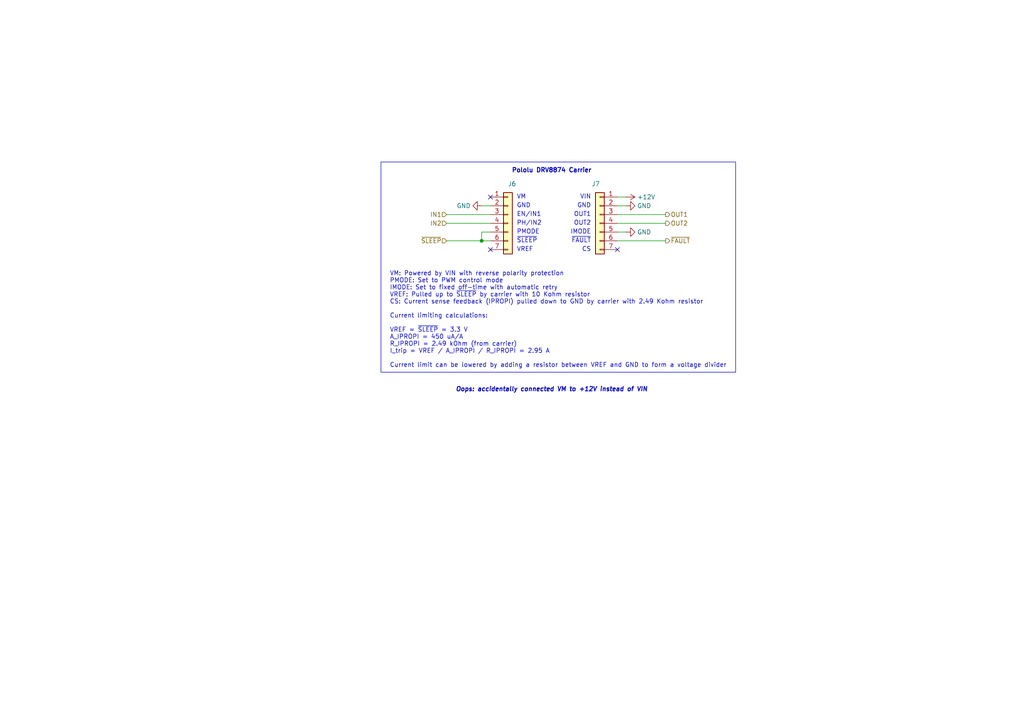
<source format=kicad_sch>
(kicad_sch (version 20250114) (generator "eeschema") (generator_version "9.0")
  (paper "A4")
  (title_block (title "Bed Lift Controller") (date "2025-08") (rev "v1.0") (company "Brown Studios LLC"))
  (lib_symbols
    (symbol "Connector_Generic:Conn_01x07" (pin_names (offset 1.016) (hide yes))
      (property "Reference" "J" (at 0 10.16 0))
      (property "Value" "Conn_01x07" (at 0 -10.16 0))
      (symbol "Conn_01x07_1_1"
        (rectangle (start -1.27 8.89) (end 1.27 -8.89) (stroke (width 0.254)) (fill (type background)))
        (rectangle (start -1.27 7.747) (end 0 7.493) (stroke (width 0.1524)))
        (rectangle (start -1.27 5.207) (end 0 4.953) (stroke (width 0.1524)))
        (rectangle (start -1.27 2.667) (end 0 2.413) (stroke (width 0.1524)))
        (rectangle (start -1.27 0.127) (end 0 -0.127) (stroke (width 0.1524)))
        (rectangle (start -1.27 -2.413) (end 0 -2.667) (stroke (width 0.1524)))
        (rectangle (start -1.27 -4.953) (end 0 -5.207) (stroke (width 0.1524)))
        (rectangle (start -1.27 -7.493) (end 0 -7.747) (stroke (width 0.1524)))
        (pin passive line (at -5.08 7.62 0) (length 3.81) (name "Pin_1") (number "1"))
        (pin passive line (at -5.08 5.08 0) (length 3.81) (name "Pin_2") (number "2"))
        (pin passive line (at -5.08 2.54 0) (length 3.81) (name "Pin_3") (number "3"))
        (pin passive line (at -5.08 0 0) (length 3.81) (name "Pin_4") (number "4"))
        (pin passive line (at -5.08 -2.54 0) (length 3.81) (name "Pin_5") (number "5"))
        (pin passive line (at -5.08 -5.08 0) (length 3.81) (name "Pin_6") (number "6"))
        (pin passive line (at -5.08 -7.62 0) (length 3.81) (name "Pin_7") (number "7"))
      )
    )
    (symbol "power:+12V" (power) (pin_numbers (hide yes)) (pin_names (offset 0) (hide yes))
      (property "Value" "+12V" (at 0 3.556 0))
      (symbol "+12V_0_1"
        (polyline (pts (xy -0.762 1.27) (xy 0 2.54)))
        (polyline (pts (xy 0 2.54) (xy 0.762 1.27)))
        (polyline (pts (xy 0 0) (xy 0 2.54)))
      )
      (symbol "+12V_1_1"
        (pin power_in line (at 0 0 90) (length 0) (name "~") (number "1"))
      )
    )
    (symbol "power:GND" (power) (pin_numbers (hide yes)) (pin_names (offset 0) (hide yes))
      (property "Value" "GND" (at 0 -3.81 0))
      (symbol "GND_0_1"
        (polyline (pts (xy 0 0) (xy 0 -1.27) (xy 1.27 -1.27) (xy 0 -2.54) (xy -1.27 -1.27) (xy 0 -1.27)))
      )
      (symbol "GND_1_1"
        (pin power_in line (at 0 0 270) (length 0) (name "~") (number "1"))
      )
    )
  )
  (rectangle (start 110.49 46.99) (end 213.36 107.95))
  (text "IMODE" (at 171.45 67.31 0) (effects (font (size 1.27 1.27)) (justify right)))
  (text "Pololu DRV8874 Carrier" (at 160.02 49.53 0) (effects (font (size 1.27 1.27) (thickness 0.254) (bold yes))))
  (text "CS" (at 171.45 72.39 0) (effects (font (size 1.27 1.27)) (justify right)))
  (text "EN/IN1" (at 149.86 62.23 0) (effects (font (size 1.27 1.27)) (justify left)))
  (text "VM: Powered by VIN with reverse polarity protection\nPMODE: Set to PWM control mode\nIMODE: Set to fixed off-time with automatic retry\nVREF: Pulled up to ~{SLEEP} by carrier with 10 Kohm resistor\nCS: Current sense feedback (IPROPI) pulled down to GND by carrier with 2.49 Kohm resistor\n\nCurrent limiting calculations:\n\nVREF = ~{SLEEP} = 3.3 V\nA_IPROPI = 450 uA/A\nR_IPROPI = 2.49 kOhm (from carrier)\nI_trip = VREF / A_IPROPI / R_IPROPI = 2.95 A\n\nCurrent limit can be lowered by adding a resistor between VREF and GND to form a voltage divider" (at 113.03 92.71 0) (effects (font (size 1.27 1.27)) (justify left)))
  (text "~{SLEEP}" (at 149.86 69.85 0) (effects (font (size 1.27 1.27)) (justify left)))
  (text "VM" (at 149.86 57.15 0) (effects (font (size 1.27 1.27)) (justify left)))
  (text "VREF" (at 149.86 72.39 0) (effects (font (size 1.27 1.27)) (justify left)))
  (text "PMODE" (at 149.86 67.31 0) (effects (font (size 1.27 1.27)) (justify left)))
  (text "VIN" (at 171.45 57.15 0) (effects (font (size 1.27 1.27)) (justify right)))
  (text "GND" (at 171.45 59.69 0) (effects (font (size 1.27 1.27)) (justify right)))
  (text "PH/IN2" (at 149.86 64.77 0) (effects (font (size 1.27 1.27)) (justify left)))
  (text "OUT2" (at 171.45 64.77 0) (effects (font (size 1.27 1.27)) (justify right)))
  (text "OUT1" (at 171.45 62.23 0) (effects (font (size 1.27 1.27)) (justify right)))
  (text "GND" (at 149.86 59.69 0) (effects (font (size 1.27 1.27)) (justify left)))
  (text "Oops: accidentally connected VM to +12V instead of VIN" (at 160.02 113.03 0) (effects (font (size 1.27 1.27) (thickness 0.254) (bold yes) (italic yes))))
  (text "~{FAULT}" (at 171.45 69.85 0) (effects (font (size 1.27 1.27)) (justify right)))
  (junction (at 139.7 69.85))
  (no_connect (at 179.07 72.39))
  (no_connect (at 142.24 72.39))
  (no_connect (at 142.24 57.15))
  (wire (pts (xy 179.07 64.77) (xy 193.04 64.77)))
  (wire (pts (xy 179.07 62.23) (xy 193.04 62.23)))
  (wire (pts (xy 129.54 64.77) (xy 142.24 64.77)))
  (wire (pts (xy 129.54 69.85) (xy 139.7 69.85)))
  (wire (pts (xy 139.7 67.31) (xy 139.7 69.85)))
  (wire (pts (xy 179.07 57.15) (xy 181.61 57.15)))
  (wire (pts (xy 179.07 69.85) (xy 193.04 69.85)))
  (wire (pts (xy 179.07 67.31) (xy 181.61 67.31)))
  (wire (pts (xy 139.7 59.69) (xy 142.24 59.69)))
  (wire (pts (xy 139.7 69.85) (xy 142.24 69.85)))
  (wire (pts (xy 129.54 62.23) (xy 142.24 62.23)))
  (wire (pts (xy 179.07 59.69) (xy 181.61 59.69)))
  (wire (pts (xy 139.7 67.31) (xy 142.24 67.31)))
  (hierarchical_label "OUT2" (shape output) (at 193.04 64.77 0))
  (hierarchical_label "IN1" (shape input) (at 129.54 62.23 180))
  (hierarchical_label "~{FAULT}" (shape output) (at 193.04 69.85 0))
  (hierarchical_label "IN2" (shape input) (at 129.54 64.77 180))
  (hierarchical_label "OUT1" (shape output) (at 193.04 62.23 0))
  (hierarchical_label "~{SLEEP}" (shape input) (at 129.54 69.85 180))
  (symbol (lib_id "Connector_Generic:Conn_01x07") (at 173.99 64.77 0) (mirror y) (unit 1)
    (property "Reference" "J7" (at 173.99 53.34 0) (effects (justify left)))
    (property "Value" "Conn_01x07" (effects (hide yes)))
    (property "Description" "Generic connector, single row, 01x07, script generated (kicad-library-utils/schlib/autogen/connector/)" (effects (hide yes)))
    (instances (project "bed-lift" (path "" (reference "J7") (unit 1)) (path "" (reference "J9") (unit 1))))
  )
  (symbol (lib_id "Connector_Generic:Conn_01x07") (at 147.32 64.77 0) (unit 1)
    (property "Reference" "J6" (at 147.32 53.34 0) (effects (justify left)))
    (property "Value" "Conn_01x07" (effects (hide yes)))
    (property "Description" "Generic connector, single row, 01x07, script generated (kicad-library-utils/schlib/autogen/connector/)" (effects (hide yes)))
    (instances (project "" (path "" (reference "J6") (unit 1)) (path "" (reference "J8") (unit 1))))
  )
  (symbol (lib_id "power:GND") (at 139.7 59.69 270) (unit 1)
    (property "Reference" "#PWR016" (effects (hide yes)))
    (property "Value" "GND" (at 136.5251 59.69 90) (effects (justify right)))
    (property "Description" "Power symbol creates a global label with name \"GND\" , ground" (effects (hide yes)))
    (instances (project "" (path "" (reference "#PWR016") (unit 1)) (path "" (reference "#PWR020") (unit 1))))
  )
  (symbol (lib_id "power:+12V") (at 181.61 57.15 270) (unit 1)
    (property "Reference" "#PWR015" (effects (hide yes)))
    (property "Value" "+12V" (at 184.785 57.15 90) (effects (justify left)))
    (property "Description" "Power symbol creates a global label with name \"+12V\"" (effects (hide yes)))
    (instances (project "" (path "" (reference "#PWR015") (unit 1)) (path "" (reference "#PWR019") (unit 1))))
  )
  (symbol (lib_id "power:GND") (at 181.61 67.31 90) (unit 1)
    (property "Reference" "#PWR023" (effects (hide yes)))
    (property "Value" "GND" (at 184.785 67.31 90) (effects (justify right)))
    (property "Description" "Power symbol creates a global label with name \"GND\" , ground" (effects (hide yes)))
    (instances (project "bed-lift" (path "" (reference "#PWR023") (unit 1)) (path "" (reference "#PWR024") (unit 1))))
  )
  (symbol (lib_id "power:GND") (at 181.61 59.69 90) (unit 1)
    (property "Reference" "#PWR017" (effects (hide yes)))
    (property "Value" "GND" (at 184.785 59.69 90) (effects (justify right)))
    (property "Description" "Power symbol creates a global label with name \"GND\" , ground" (effects (hide yes)))
    (instances (project "bed-lift" (path "" (reference "#PWR017") (unit 1)) (path "" (reference "#PWR021") (unit 1))))
  )
)
</source>
